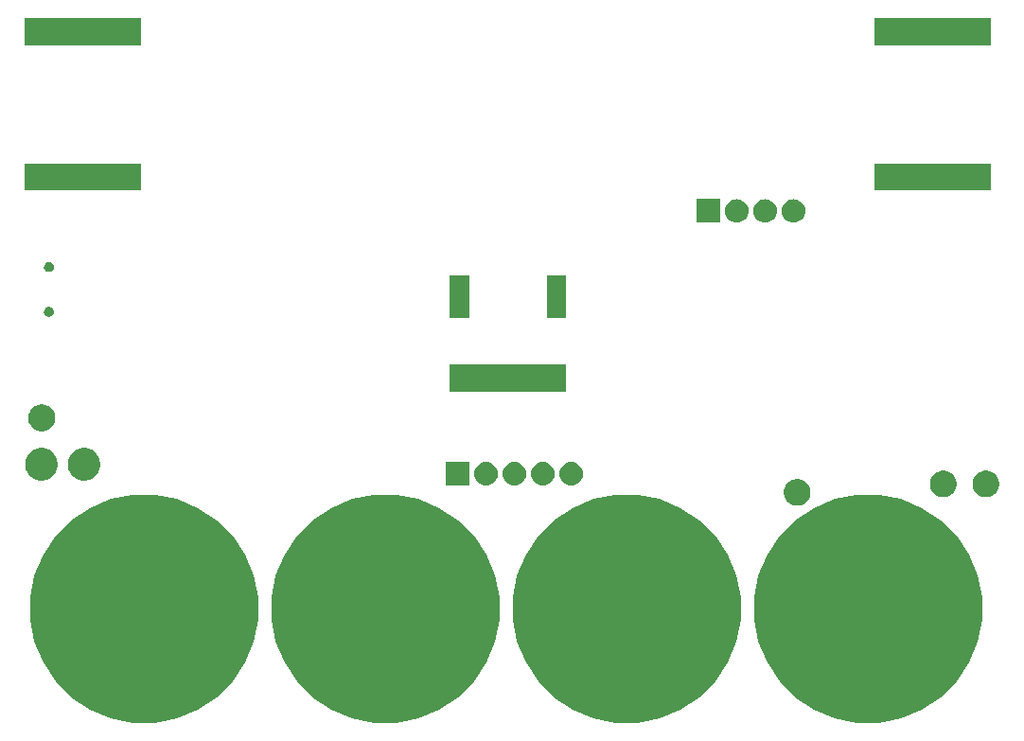
<source format=gbr>
G04 #@! TF.GenerationSoftware,KiCad,Pcbnew,5.1.2*
G04 #@! TF.CreationDate,2019-05-26T21:34:20-05:00*
G04 #@! TF.ProjectId,badge,62616467-652e-46b6-9963-61645f706362,rev?*
G04 #@! TF.SameCoordinates,Original*
G04 #@! TF.FileFunction,Soldermask,Bot*
G04 #@! TF.FilePolarity,Negative*
%FSLAX46Y46*%
G04 Gerber Fmt 4.6, Leading zero omitted, Abs format (unit mm)*
G04 Created by KiCad (PCBNEW 5.1.2) date 2019-05-26 21:34:20*
%MOMM*%
%LPD*%
G04 APERTURE LIST*
%ADD10C,0.100000*%
G04 APERTURE END LIST*
D10*
G36*
X161725229Y-132431980D02*
G01*
X163581510Y-133200877D01*
X163581512Y-133200878D01*
X165252121Y-134317143D01*
X166672857Y-135737879D01*
X167789122Y-137408488D01*
X167789123Y-137408490D01*
X168558020Y-139264771D01*
X168950000Y-141235386D01*
X168950000Y-143244614D01*
X168558020Y-145215229D01*
X167789123Y-147071510D01*
X167789122Y-147071512D01*
X166672857Y-148742121D01*
X165252121Y-150162857D01*
X163581512Y-151279122D01*
X163581511Y-151279123D01*
X163581510Y-151279123D01*
X161725229Y-152048020D01*
X159754614Y-152440000D01*
X157745386Y-152440000D01*
X155774771Y-152048020D01*
X153918490Y-151279123D01*
X153918489Y-151279123D01*
X153918488Y-151279122D01*
X152247879Y-150162857D01*
X150827143Y-148742121D01*
X149710878Y-147071512D01*
X149710877Y-147071510D01*
X148941980Y-145215229D01*
X148550000Y-143244614D01*
X148550000Y-141235386D01*
X148941980Y-139264771D01*
X149710877Y-137408490D01*
X149710878Y-137408488D01*
X150827143Y-135737879D01*
X152247879Y-134317143D01*
X153918488Y-133200878D01*
X153918490Y-133200877D01*
X155774771Y-132431980D01*
X157745386Y-132040000D01*
X159754614Y-132040000D01*
X161725229Y-132431980D01*
X161725229Y-132431980D01*
G37*
G36*
X118545229Y-132431980D02*
G01*
X120401510Y-133200877D01*
X120401512Y-133200878D01*
X122072121Y-134317143D01*
X123492857Y-135737879D01*
X124609122Y-137408488D01*
X124609123Y-137408490D01*
X125378020Y-139264771D01*
X125770000Y-141235386D01*
X125770000Y-143244614D01*
X125378020Y-145215229D01*
X124609123Y-147071510D01*
X124609122Y-147071512D01*
X123492857Y-148742121D01*
X122072121Y-150162857D01*
X120401512Y-151279122D01*
X120401511Y-151279123D01*
X120401510Y-151279123D01*
X118545229Y-152048020D01*
X116574614Y-152440000D01*
X114565386Y-152440000D01*
X112594771Y-152048020D01*
X110738490Y-151279123D01*
X110738489Y-151279123D01*
X110738488Y-151279122D01*
X109067879Y-150162857D01*
X107647143Y-148742121D01*
X106530878Y-147071512D01*
X106530877Y-147071510D01*
X105761980Y-145215229D01*
X105370000Y-143244614D01*
X105370000Y-141235386D01*
X105761980Y-139264771D01*
X106530877Y-137408490D01*
X106530878Y-137408488D01*
X107647143Y-135737879D01*
X109067879Y-134317143D01*
X110738488Y-133200878D01*
X110738490Y-133200877D01*
X112594771Y-132431980D01*
X114565386Y-132040000D01*
X116574614Y-132040000D01*
X118545229Y-132431980D01*
X118545229Y-132431980D01*
G37*
G36*
X96955229Y-132431980D02*
G01*
X98811510Y-133200877D01*
X98811512Y-133200878D01*
X100482121Y-134317143D01*
X101902857Y-135737879D01*
X103019122Y-137408488D01*
X103019123Y-137408490D01*
X103788020Y-139264771D01*
X104180000Y-141235386D01*
X104180000Y-143244614D01*
X103788020Y-145215229D01*
X103019123Y-147071510D01*
X103019122Y-147071512D01*
X101902857Y-148742121D01*
X100482121Y-150162857D01*
X98811512Y-151279122D01*
X98811511Y-151279123D01*
X98811510Y-151279123D01*
X96955229Y-152048020D01*
X94984614Y-152440000D01*
X92975386Y-152440000D01*
X91004771Y-152048020D01*
X89148490Y-151279123D01*
X89148489Y-151279123D01*
X89148488Y-151279122D01*
X87477879Y-150162857D01*
X86057143Y-148742121D01*
X84940878Y-147071512D01*
X84940877Y-147071510D01*
X84171980Y-145215229D01*
X83780000Y-143244614D01*
X83780000Y-141235386D01*
X84171980Y-139264771D01*
X84940877Y-137408490D01*
X84940878Y-137408488D01*
X86057143Y-135737879D01*
X87477879Y-134317143D01*
X89148488Y-133200878D01*
X89148490Y-133200877D01*
X91004771Y-132431980D01*
X92975386Y-132040000D01*
X94984614Y-132040000D01*
X96955229Y-132431980D01*
X96955229Y-132431980D01*
G37*
G36*
X140135229Y-132431980D02*
G01*
X141991510Y-133200877D01*
X141991512Y-133200878D01*
X143662121Y-134317143D01*
X145082857Y-135737879D01*
X146199122Y-137408488D01*
X146199123Y-137408490D01*
X146968020Y-139264771D01*
X147360000Y-141235386D01*
X147360000Y-143244614D01*
X146968020Y-145215229D01*
X146199123Y-147071510D01*
X146199122Y-147071512D01*
X145082857Y-148742121D01*
X143662121Y-150162857D01*
X141991512Y-151279122D01*
X141991511Y-151279123D01*
X141991510Y-151279123D01*
X140135229Y-152048020D01*
X138164614Y-152440000D01*
X136155386Y-152440000D01*
X134184771Y-152048020D01*
X132328490Y-151279123D01*
X132328489Y-151279123D01*
X132328488Y-151279122D01*
X130657879Y-150162857D01*
X129237143Y-148742121D01*
X128120878Y-147071512D01*
X128120877Y-147071510D01*
X127351980Y-145215229D01*
X126960000Y-143244614D01*
X126960000Y-141235386D01*
X127351980Y-139264771D01*
X128120877Y-137408490D01*
X128120878Y-137408488D01*
X129237143Y-135737879D01*
X130657879Y-134317143D01*
X132328488Y-133200878D01*
X132328490Y-133200877D01*
X134184771Y-132431980D01*
X136155386Y-132040000D01*
X138164614Y-132040000D01*
X140135229Y-132431980D01*
X140135229Y-132431980D01*
G37*
G36*
X152750026Y-130672115D02*
G01*
X152897428Y-130733171D01*
X152968413Y-130762574D01*
X153163690Y-130893054D01*
X153164955Y-130893899D01*
X153332101Y-131061045D01*
X153463427Y-131257589D01*
X153553885Y-131475974D01*
X153600000Y-131707809D01*
X153600000Y-131944191D01*
X153553885Y-132176026D01*
X153536546Y-132217885D01*
X153463426Y-132394413D01*
X153332101Y-132590955D01*
X153164955Y-132758101D01*
X152968413Y-132889426D01*
X152968412Y-132889427D01*
X152968411Y-132889427D01*
X152750026Y-132979885D01*
X152518191Y-133026000D01*
X152281809Y-133026000D01*
X152049974Y-132979885D01*
X151831589Y-132889427D01*
X151831588Y-132889427D01*
X151831587Y-132889426D01*
X151635045Y-132758101D01*
X151467899Y-132590955D01*
X151336574Y-132394413D01*
X151263454Y-132217885D01*
X151246115Y-132176026D01*
X151200000Y-131944191D01*
X151200000Y-131707809D01*
X151246115Y-131475974D01*
X151336573Y-131257589D01*
X151467899Y-131061045D01*
X151635045Y-130893899D01*
X151636310Y-130893054D01*
X151831587Y-130762574D01*
X151902572Y-130733171D01*
X152049974Y-130672115D01*
X152281809Y-130626000D01*
X152518191Y-130626000D01*
X152750026Y-130672115D01*
X152750026Y-130672115D01*
G37*
G36*
X165831026Y-129910115D02*
G01*
X166032767Y-129993679D01*
X166049413Y-130000574D01*
X166245955Y-130131899D01*
X166413101Y-130299045D01*
X166544427Y-130495589D01*
X166634885Y-130713974D01*
X166681000Y-130945809D01*
X166681000Y-131182191D01*
X166634885Y-131414026D01*
X166609225Y-131475974D01*
X166544426Y-131632413D01*
X166413101Y-131828955D01*
X166245955Y-131996101D01*
X166049413Y-132127426D01*
X166049412Y-132127427D01*
X166049411Y-132127427D01*
X165831026Y-132217885D01*
X165599191Y-132264000D01*
X165362809Y-132264000D01*
X165130974Y-132217885D01*
X164912589Y-132127427D01*
X164912588Y-132127427D01*
X164912587Y-132127426D01*
X164716045Y-131996101D01*
X164548899Y-131828955D01*
X164417574Y-131632413D01*
X164352775Y-131475974D01*
X164327115Y-131414026D01*
X164281000Y-131182191D01*
X164281000Y-130945809D01*
X164327115Y-130713974D01*
X164417573Y-130495589D01*
X164548899Y-130299045D01*
X164716045Y-130131899D01*
X164912587Y-130000574D01*
X164929233Y-129993679D01*
X165130974Y-129910115D01*
X165362809Y-129864000D01*
X165599191Y-129864000D01*
X165831026Y-129910115D01*
X165831026Y-129910115D01*
G37*
G36*
X169641026Y-129910115D02*
G01*
X169842767Y-129993679D01*
X169859413Y-130000574D01*
X170055955Y-130131899D01*
X170223101Y-130299045D01*
X170354427Y-130495589D01*
X170444885Y-130713974D01*
X170491000Y-130945809D01*
X170491000Y-131182191D01*
X170444885Y-131414026D01*
X170419225Y-131475974D01*
X170354426Y-131632413D01*
X170223101Y-131828955D01*
X170055955Y-131996101D01*
X169859413Y-132127426D01*
X169859412Y-132127427D01*
X169859411Y-132127427D01*
X169641026Y-132217885D01*
X169409191Y-132264000D01*
X169172809Y-132264000D01*
X168940974Y-132217885D01*
X168722589Y-132127427D01*
X168722588Y-132127427D01*
X168722587Y-132127426D01*
X168526045Y-131996101D01*
X168358899Y-131828955D01*
X168227574Y-131632413D01*
X168162775Y-131475974D01*
X168137115Y-131414026D01*
X168091000Y-131182191D01*
X168091000Y-130945809D01*
X168137115Y-130713974D01*
X168227573Y-130495589D01*
X168358899Y-130299045D01*
X168526045Y-130131899D01*
X168722587Y-130000574D01*
X168739233Y-129993679D01*
X168940974Y-129910115D01*
X169172809Y-129864000D01*
X169409191Y-129864000D01*
X169641026Y-129910115D01*
X169641026Y-129910115D01*
G37*
G36*
X123080000Y-131197000D02*
G01*
X120980000Y-131197000D01*
X120980000Y-129097000D01*
X123080000Y-129097000D01*
X123080000Y-131197000D01*
X123080000Y-131197000D01*
G37*
G36*
X132318707Y-129104596D02*
G01*
X132395836Y-129112193D01*
X132567343Y-129164219D01*
X132593765Y-129172234D01*
X132776170Y-129269732D01*
X132936055Y-129400945D01*
X133067268Y-129560830D01*
X133164766Y-129743235D01*
X133164767Y-129743238D01*
X133224807Y-129941164D01*
X133245080Y-130147000D01*
X133224807Y-130352836D01*
X133200477Y-130433040D01*
X133164766Y-130550765D01*
X133067268Y-130733170D01*
X132936055Y-130893055D01*
X132776170Y-131024268D01*
X132593765Y-131121766D01*
X132593762Y-131121767D01*
X132395836Y-131181807D01*
X132318707Y-131189404D01*
X132241580Y-131197000D01*
X132138420Y-131197000D01*
X132061293Y-131189404D01*
X131984164Y-131181807D01*
X131786238Y-131121767D01*
X131786235Y-131121766D01*
X131603830Y-131024268D01*
X131443945Y-130893055D01*
X131312732Y-130733170D01*
X131215234Y-130550765D01*
X131179523Y-130433040D01*
X131155193Y-130352836D01*
X131134920Y-130147000D01*
X131155193Y-129941164D01*
X131215233Y-129743238D01*
X131215234Y-129743235D01*
X131312732Y-129560830D01*
X131443945Y-129400945D01*
X131603830Y-129269732D01*
X131786235Y-129172234D01*
X131812657Y-129164219D01*
X131984164Y-129112193D01*
X132061293Y-129104596D01*
X132138420Y-129097000D01*
X132241580Y-129097000D01*
X132318707Y-129104596D01*
X132318707Y-129104596D01*
G37*
G36*
X129778707Y-129104596D02*
G01*
X129855836Y-129112193D01*
X130027343Y-129164219D01*
X130053765Y-129172234D01*
X130236170Y-129269732D01*
X130396055Y-129400945D01*
X130527268Y-129560830D01*
X130624766Y-129743235D01*
X130624767Y-129743238D01*
X130684807Y-129941164D01*
X130705080Y-130147000D01*
X130684807Y-130352836D01*
X130660477Y-130433040D01*
X130624766Y-130550765D01*
X130527268Y-130733170D01*
X130396055Y-130893055D01*
X130236170Y-131024268D01*
X130053765Y-131121766D01*
X130053762Y-131121767D01*
X129855836Y-131181807D01*
X129778707Y-131189404D01*
X129701580Y-131197000D01*
X129598420Y-131197000D01*
X129521293Y-131189404D01*
X129444164Y-131181807D01*
X129246238Y-131121767D01*
X129246235Y-131121766D01*
X129063830Y-131024268D01*
X128903945Y-130893055D01*
X128772732Y-130733170D01*
X128675234Y-130550765D01*
X128639523Y-130433040D01*
X128615193Y-130352836D01*
X128594920Y-130147000D01*
X128615193Y-129941164D01*
X128675233Y-129743238D01*
X128675234Y-129743235D01*
X128772732Y-129560830D01*
X128903945Y-129400945D01*
X129063830Y-129269732D01*
X129246235Y-129172234D01*
X129272657Y-129164219D01*
X129444164Y-129112193D01*
X129521293Y-129104596D01*
X129598420Y-129097000D01*
X129701580Y-129097000D01*
X129778707Y-129104596D01*
X129778707Y-129104596D01*
G37*
G36*
X127238707Y-129104596D02*
G01*
X127315836Y-129112193D01*
X127487343Y-129164219D01*
X127513765Y-129172234D01*
X127696170Y-129269732D01*
X127856055Y-129400945D01*
X127987268Y-129560830D01*
X128084766Y-129743235D01*
X128084767Y-129743238D01*
X128144807Y-129941164D01*
X128165080Y-130147000D01*
X128144807Y-130352836D01*
X128120477Y-130433040D01*
X128084766Y-130550765D01*
X127987268Y-130733170D01*
X127856055Y-130893055D01*
X127696170Y-131024268D01*
X127513765Y-131121766D01*
X127513762Y-131121767D01*
X127315836Y-131181807D01*
X127238707Y-131189404D01*
X127161580Y-131197000D01*
X127058420Y-131197000D01*
X126981293Y-131189404D01*
X126904164Y-131181807D01*
X126706238Y-131121767D01*
X126706235Y-131121766D01*
X126523830Y-131024268D01*
X126363945Y-130893055D01*
X126232732Y-130733170D01*
X126135234Y-130550765D01*
X126099523Y-130433040D01*
X126075193Y-130352836D01*
X126054920Y-130147000D01*
X126075193Y-129941164D01*
X126135233Y-129743238D01*
X126135234Y-129743235D01*
X126232732Y-129560830D01*
X126363945Y-129400945D01*
X126523830Y-129269732D01*
X126706235Y-129172234D01*
X126732657Y-129164219D01*
X126904164Y-129112193D01*
X126981293Y-129104596D01*
X127058420Y-129097000D01*
X127161580Y-129097000D01*
X127238707Y-129104596D01*
X127238707Y-129104596D01*
G37*
G36*
X124698707Y-129104596D02*
G01*
X124775836Y-129112193D01*
X124947343Y-129164219D01*
X124973765Y-129172234D01*
X125156170Y-129269732D01*
X125316055Y-129400945D01*
X125447268Y-129560830D01*
X125544766Y-129743235D01*
X125544767Y-129743238D01*
X125604807Y-129941164D01*
X125625080Y-130147000D01*
X125604807Y-130352836D01*
X125580477Y-130433040D01*
X125544766Y-130550765D01*
X125447268Y-130733170D01*
X125316055Y-130893055D01*
X125156170Y-131024268D01*
X124973765Y-131121766D01*
X124973762Y-131121767D01*
X124775836Y-131181807D01*
X124698707Y-131189404D01*
X124621580Y-131197000D01*
X124518420Y-131197000D01*
X124441293Y-131189404D01*
X124364164Y-131181807D01*
X124166238Y-131121767D01*
X124166235Y-131121766D01*
X123983830Y-131024268D01*
X123823945Y-130893055D01*
X123692732Y-130733170D01*
X123595234Y-130550765D01*
X123559523Y-130433040D01*
X123535193Y-130352836D01*
X123514920Y-130147000D01*
X123535193Y-129941164D01*
X123595233Y-129743238D01*
X123595234Y-129743235D01*
X123692732Y-129560830D01*
X123823945Y-129400945D01*
X123983830Y-129269732D01*
X124166235Y-129172234D01*
X124192657Y-129164219D01*
X124364164Y-129112193D01*
X124441293Y-129104596D01*
X124518420Y-129097000D01*
X124621580Y-129097000D01*
X124698707Y-129104596D01*
X124698707Y-129104596D01*
G37*
G36*
X89022855Y-127913030D02*
G01*
X89286679Y-128022310D01*
X89286681Y-128022311D01*
X89524117Y-128180960D01*
X89726040Y-128382883D01*
X89884689Y-128620319D01*
X89884690Y-128620321D01*
X89993970Y-128884145D01*
X90049680Y-129164218D01*
X90049680Y-129449782D01*
X89993970Y-129729855D01*
X89884690Y-129993679D01*
X89884689Y-129993681D01*
X89726040Y-130231117D01*
X89524117Y-130433040D01*
X89286681Y-130591689D01*
X89286680Y-130591690D01*
X89286679Y-130591690D01*
X89022855Y-130700970D01*
X88742782Y-130756680D01*
X88457218Y-130756680D01*
X88177145Y-130700970D01*
X87913321Y-130591690D01*
X87913320Y-130591690D01*
X87913319Y-130591689D01*
X87675883Y-130433040D01*
X87473960Y-130231117D01*
X87315311Y-129993681D01*
X87315310Y-129993679D01*
X87206030Y-129729855D01*
X87150320Y-129449782D01*
X87150320Y-129164218D01*
X87206030Y-128884145D01*
X87315310Y-128620321D01*
X87315311Y-128620319D01*
X87473960Y-128382883D01*
X87675883Y-128180960D01*
X87913319Y-128022311D01*
X87913321Y-128022310D01*
X88177145Y-127913030D01*
X88457218Y-127857320D01*
X88742782Y-127857320D01*
X89022855Y-127913030D01*
X89022855Y-127913030D01*
G37*
G36*
X85212855Y-127913030D02*
G01*
X85476679Y-128022310D01*
X85476681Y-128022311D01*
X85714117Y-128180960D01*
X85916040Y-128382883D01*
X86074689Y-128620319D01*
X86074690Y-128620321D01*
X86183970Y-128884145D01*
X86239680Y-129164218D01*
X86239680Y-129449782D01*
X86183970Y-129729855D01*
X86074690Y-129993679D01*
X86074689Y-129993681D01*
X85916040Y-130231117D01*
X85714117Y-130433040D01*
X85476681Y-130591689D01*
X85476680Y-130591690D01*
X85476679Y-130591690D01*
X85212855Y-130700970D01*
X84932782Y-130756680D01*
X84647218Y-130756680D01*
X84367145Y-130700970D01*
X84103321Y-130591690D01*
X84103320Y-130591690D01*
X84103319Y-130591689D01*
X83865883Y-130433040D01*
X83663960Y-130231117D01*
X83505311Y-129993681D01*
X83505310Y-129993679D01*
X83396030Y-129729855D01*
X83340320Y-129449782D01*
X83340320Y-129164218D01*
X83396030Y-128884145D01*
X83505310Y-128620321D01*
X83505311Y-128620319D01*
X83663960Y-128382883D01*
X83865883Y-128180960D01*
X84103319Y-128022311D01*
X84103321Y-128022310D01*
X84367145Y-127913030D01*
X84647218Y-127857320D01*
X84932782Y-127857320D01*
X85212855Y-127913030D01*
X85212855Y-127913030D01*
G37*
G36*
X85170026Y-123993115D02*
G01*
X85388411Y-124083573D01*
X85388413Y-124083574D01*
X85584955Y-124214899D01*
X85752101Y-124382045D01*
X85883427Y-124578589D01*
X85973885Y-124796974D01*
X86020000Y-125028809D01*
X86020000Y-125265191D01*
X85973885Y-125497026D01*
X85883427Y-125715411D01*
X85883426Y-125715413D01*
X85752101Y-125911955D01*
X85584955Y-126079101D01*
X85388413Y-126210426D01*
X85388412Y-126210427D01*
X85388411Y-126210427D01*
X85170026Y-126300885D01*
X84938191Y-126347000D01*
X84701809Y-126347000D01*
X84469974Y-126300885D01*
X84251589Y-126210427D01*
X84251588Y-126210427D01*
X84251587Y-126210426D01*
X84055045Y-126079101D01*
X83887899Y-125911955D01*
X83756574Y-125715413D01*
X83756573Y-125715411D01*
X83666115Y-125497026D01*
X83620000Y-125265191D01*
X83620000Y-125028809D01*
X83666115Y-124796974D01*
X83756573Y-124578589D01*
X83887899Y-124382045D01*
X84055045Y-124214899D01*
X84251587Y-124083574D01*
X84251589Y-124083573D01*
X84469974Y-123993115D01*
X84701809Y-123947000D01*
X84938191Y-123947000D01*
X85170026Y-123993115D01*
X85170026Y-123993115D01*
G37*
G36*
X131720000Y-122797000D02*
G01*
X121320000Y-122797000D01*
X121320000Y-120397000D01*
X131720000Y-120397000D01*
X131720000Y-122797000D01*
X131720000Y-122797000D01*
G37*
G36*
X131745000Y-116205000D02*
G01*
X130045000Y-116205000D01*
X130045000Y-112405000D01*
X131745000Y-112405000D01*
X131745000Y-116205000D01*
X131745000Y-116205000D01*
G37*
G36*
X123045000Y-116205000D02*
G01*
X121345000Y-116205000D01*
X121345000Y-112405000D01*
X123045000Y-112405000D01*
X123045000Y-116205000D01*
X123045000Y-116205000D01*
G37*
G36*
X85601259Y-115224293D02*
G01*
X85683155Y-115258215D01*
X85756858Y-115307462D01*
X85819538Y-115370142D01*
X85868785Y-115443845D01*
X85902707Y-115525741D01*
X85920000Y-115612678D01*
X85920000Y-115701322D01*
X85902707Y-115788259D01*
X85885745Y-115829208D01*
X85868785Y-115870155D01*
X85819538Y-115943858D01*
X85756858Y-116006538D01*
X85683155Y-116055785D01*
X85601259Y-116089707D01*
X85514322Y-116107000D01*
X85425678Y-116107000D01*
X85338741Y-116089707D01*
X85256845Y-116055785D01*
X85183142Y-116006538D01*
X85120462Y-115943858D01*
X85071215Y-115870155D01*
X85054255Y-115829208D01*
X85037293Y-115788259D01*
X85020000Y-115701322D01*
X85020000Y-115612678D01*
X85037293Y-115525741D01*
X85071215Y-115443845D01*
X85120462Y-115370142D01*
X85183142Y-115307462D01*
X85256845Y-115258215D01*
X85338741Y-115224293D01*
X85425678Y-115207000D01*
X85514322Y-115207000D01*
X85601259Y-115224293D01*
X85601259Y-115224293D01*
G37*
G36*
X85601259Y-111224293D02*
G01*
X85642208Y-111241255D01*
X85683155Y-111258215D01*
X85756858Y-111307462D01*
X85819538Y-111370142D01*
X85868785Y-111443845D01*
X85885745Y-111484792D01*
X85902707Y-111525741D01*
X85920000Y-111612678D01*
X85920000Y-111701322D01*
X85902707Y-111788259D01*
X85868785Y-111870155D01*
X85819538Y-111943858D01*
X85756858Y-112006538D01*
X85683155Y-112055785D01*
X85601259Y-112089707D01*
X85514322Y-112107000D01*
X85425678Y-112107000D01*
X85338741Y-112089707D01*
X85256845Y-112055785D01*
X85183142Y-112006538D01*
X85120462Y-111943858D01*
X85071215Y-111870155D01*
X85037293Y-111788259D01*
X85020000Y-111701322D01*
X85020000Y-111612678D01*
X85037293Y-111525741D01*
X85054255Y-111484792D01*
X85071215Y-111443845D01*
X85120462Y-111370142D01*
X85183142Y-111307462D01*
X85256845Y-111258215D01*
X85297792Y-111241255D01*
X85338741Y-111224293D01*
X85425678Y-111207000D01*
X85514322Y-111207000D01*
X85601259Y-111224293D01*
X85601259Y-111224293D01*
G37*
G36*
X149658707Y-105604596D02*
G01*
X149735836Y-105612193D01*
X149933762Y-105672233D01*
X149933765Y-105672234D01*
X150116170Y-105769732D01*
X150276055Y-105900945D01*
X150407268Y-106060830D01*
X150504766Y-106243235D01*
X150504767Y-106243238D01*
X150564807Y-106441164D01*
X150585080Y-106647000D01*
X150564807Y-106852836D01*
X150504767Y-107050762D01*
X150504766Y-107050765D01*
X150407268Y-107233170D01*
X150276055Y-107393055D01*
X150116170Y-107524268D01*
X149933765Y-107621766D01*
X149933762Y-107621767D01*
X149735836Y-107681807D01*
X149658707Y-107689403D01*
X149581580Y-107697000D01*
X149478420Y-107697000D01*
X149401293Y-107689403D01*
X149324164Y-107681807D01*
X149126238Y-107621767D01*
X149126235Y-107621766D01*
X148943830Y-107524268D01*
X148783945Y-107393055D01*
X148652732Y-107233170D01*
X148555234Y-107050765D01*
X148555233Y-107050762D01*
X148495193Y-106852836D01*
X148474920Y-106647000D01*
X148495193Y-106441164D01*
X148555233Y-106243238D01*
X148555234Y-106243235D01*
X148652732Y-106060830D01*
X148783945Y-105900945D01*
X148943830Y-105769732D01*
X149126235Y-105672234D01*
X149126238Y-105672233D01*
X149324164Y-105612193D01*
X149401293Y-105604597D01*
X149478420Y-105597000D01*
X149581580Y-105597000D01*
X149658707Y-105604596D01*
X149658707Y-105604596D01*
G37*
G36*
X152198707Y-105604596D02*
G01*
X152275836Y-105612193D01*
X152473762Y-105672233D01*
X152473765Y-105672234D01*
X152656170Y-105769732D01*
X152816055Y-105900945D01*
X152947268Y-106060830D01*
X153044766Y-106243235D01*
X153044767Y-106243238D01*
X153104807Y-106441164D01*
X153125080Y-106647000D01*
X153104807Y-106852836D01*
X153044767Y-107050762D01*
X153044766Y-107050765D01*
X152947268Y-107233170D01*
X152816055Y-107393055D01*
X152656170Y-107524268D01*
X152473765Y-107621766D01*
X152473762Y-107621767D01*
X152275836Y-107681807D01*
X152198707Y-107689403D01*
X152121580Y-107697000D01*
X152018420Y-107697000D01*
X151941293Y-107689403D01*
X151864164Y-107681807D01*
X151666238Y-107621767D01*
X151666235Y-107621766D01*
X151483830Y-107524268D01*
X151323945Y-107393055D01*
X151192732Y-107233170D01*
X151095234Y-107050765D01*
X151095233Y-107050762D01*
X151035193Y-106852836D01*
X151014920Y-106647000D01*
X151035193Y-106441164D01*
X151095233Y-106243238D01*
X151095234Y-106243235D01*
X151192732Y-106060830D01*
X151323945Y-105900945D01*
X151483830Y-105769732D01*
X151666235Y-105672234D01*
X151666238Y-105672233D01*
X151864164Y-105612193D01*
X151941293Y-105604597D01*
X152018420Y-105597000D01*
X152121580Y-105597000D01*
X152198707Y-105604596D01*
X152198707Y-105604596D01*
G37*
G36*
X147118707Y-105604596D02*
G01*
X147195836Y-105612193D01*
X147393762Y-105672233D01*
X147393765Y-105672234D01*
X147576170Y-105769732D01*
X147736055Y-105900945D01*
X147867268Y-106060830D01*
X147964766Y-106243235D01*
X147964767Y-106243238D01*
X148024807Y-106441164D01*
X148045080Y-106647000D01*
X148024807Y-106852836D01*
X147964767Y-107050762D01*
X147964766Y-107050765D01*
X147867268Y-107233170D01*
X147736055Y-107393055D01*
X147576170Y-107524268D01*
X147393765Y-107621766D01*
X147393762Y-107621767D01*
X147195836Y-107681807D01*
X147118707Y-107689403D01*
X147041580Y-107697000D01*
X146938420Y-107697000D01*
X146861293Y-107689403D01*
X146784164Y-107681807D01*
X146586238Y-107621767D01*
X146586235Y-107621766D01*
X146403830Y-107524268D01*
X146243945Y-107393055D01*
X146112732Y-107233170D01*
X146015234Y-107050765D01*
X146015233Y-107050762D01*
X145955193Y-106852836D01*
X145934920Y-106647000D01*
X145955193Y-106441164D01*
X146015233Y-106243238D01*
X146015234Y-106243235D01*
X146112732Y-106060830D01*
X146243945Y-105900945D01*
X146403830Y-105769732D01*
X146586235Y-105672234D01*
X146586238Y-105672233D01*
X146784164Y-105612193D01*
X146861293Y-105604597D01*
X146938420Y-105597000D01*
X147041580Y-105597000D01*
X147118707Y-105604596D01*
X147118707Y-105604596D01*
G37*
G36*
X145500000Y-107697000D02*
G01*
X143400000Y-107697000D01*
X143400000Y-105597000D01*
X145500000Y-105597000D01*
X145500000Y-107697000D01*
X145500000Y-107697000D01*
G37*
G36*
X93720000Y-104797000D02*
G01*
X83320000Y-104797000D01*
X83320000Y-102397000D01*
X93720000Y-102397000D01*
X93720000Y-104797000D01*
X93720000Y-104797000D01*
G37*
G36*
X169720000Y-104797000D02*
G01*
X159320000Y-104797000D01*
X159320000Y-102397000D01*
X169720000Y-102397000D01*
X169720000Y-104797000D01*
X169720000Y-104797000D01*
G37*
G36*
X169720000Y-91797000D02*
G01*
X159320000Y-91797000D01*
X159320000Y-89397000D01*
X169720000Y-89397000D01*
X169720000Y-91797000D01*
X169720000Y-91797000D01*
G37*
G36*
X93720000Y-91797000D02*
G01*
X83320000Y-91797000D01*
X83320000Y-89397000D01*
X93720000Y-89397000D01*
X93720000Y-91797000D01*
X93720000Y-91797000D01*
G37*
M02*

</source>
